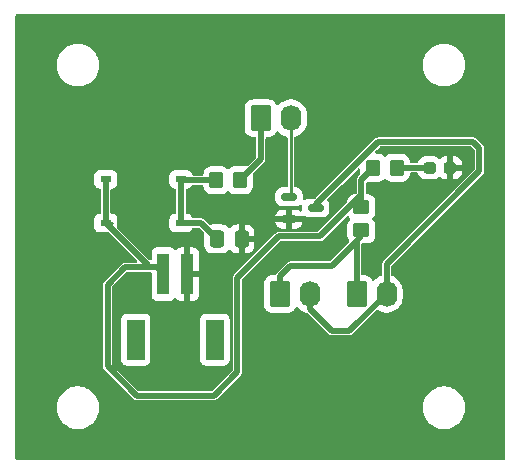
<source format=gtl>
G04 #@! TF.GenerationSoftware,KiCad,Pcbnew,8.0.0*
G04 #@! TF.CreationDate,2024-04-02T11:58:18-05:00*
G04 #@! TF.ProjectId,Haptic Feeback board,48617074-6963-4204-9665-656261636b20,rev?*
G04 #@! TF.SameCoordinates,Original*
G04 #@! TF.FileFunction,Copper,L1,Top*
G04 #@! TF.FilePolarity,Positive*
%FSLAX46Y46*%
G04 Gerber Fmt 4.6, Leading zero omitted, Abs format (unit mm)*
G04 Created by KiCad (PCBNEW 8.0.0) date 2024-04-02 11:58:18*
%MOMM*%
%LPD*%
G01*
G04 APERTURE LIST*
G04 Aperture macros list*
%AMRoundRect*
0 Rectangle with rounded corners*
0 $1 Rounding radius*
0 $2 $3 $4 $5 $6 $7 $8 $9 X,Y pos of 4 corners*
0 Add a 4 corners polygon primitive as box body*
4,1,4,$2,$3,$4,$5,$6,$7,$8,$9,$2,$3,0*
0 Add four circle primitives for the rounded corners*
1,1,$1+$1,$2,$3*
1,1,$1+$1,$4,$5*
1,1,$1+$1,$6,$7*
1,1,$1+$1,$8,$9*
0 Add four rect primitives between the rounded corners*
20,1,$1+$1,$2,$3,$4,$5,0*
20,1,$1+$1,$4,$5,$6,$7,0*
20,1,$1+$1,$6,$7,$8,$9,0*
20,1,$1+$1,$8,$9,$2,$3,0*%
G04 Aperture macros list end*
G04 #@! TA.AperFunction,SMDPad,CuDef*
%ADD10RoundRect,0.250000X0.450000X-0.350000X0.450000X0.350000X-0.450000X0.350000X-0.450000X-0.350000X0*%
G04 #@! TD*
G04 #@! TA.AperFunction,SMDPad,CuDef*
%ADD11R,0.950500X0.558800*%
G04 #@! TD*
G04 #@! TA.AperFunction,ComponentPad*
%ADD12RoundRect,0.250000X-0.620000X-0.845000X0.620000X-0.845000X0.620000X0.845000X-0.620000X0.845000X0*%
G04 #@! TD*
G04 #@! TA.AperFunction,ComponentPad*
%ADD13O,1.740000X2.190000*%
G04 #@! TD*
G04 #@! TA.AperFunction,SMDPad,CuDef*
%ADD14RoundRect,0.250000X-0.337500X-0.475000X0.337500X-0.475000X0.337500X0.475000X-0.337500X0.475000X0*%
G04 #@! TD*
G04 #@! TA.AperFunction,SMDPad,CuDef*
%ADD15RoundRect,0.237500X0.287500X0.237500X-0.287500X0.237500X-0.287500X-0.237500X0.287500X-0.237500X0*%
G04 #@! TD*
G04 #@! TA.AperFunction,SMDPad,CuDef*
%ADD16R,1.000000X3.500000*%
G04 #@! TD*
G04 #@! TA.AperFunction,SMDPad,CuDef*
%ADD17R,1.500000X3.400000*%
G04 #@! TD*
G04 #@! TA.AperFunction,SMDPad,CuDef*
%ADD18RoundRect,0.250000X0.350000X0.450000X-0.350000X0.450000X-0.350000X-0.450000X0.350000X-0.450000X0*%
G04 #@! TD*
G04 #@! TA.AperFunction,SMDPad,CuDef*
%ADD19RoundRect,0.150000X-0.512500X-0.150000X0.512500X-0.150000X0.512500X0.150000X-0.512500X0.150000X0*%
G04 #@! TD*
G04 #@! TA.AperFunction,SMDPad,CuDef*
%ADD20RoundRect,0.250000X-0.350000X-0.450000X0.350000X-0.450000X0.350000X0.450000X-0.350000X0.450000X0*%
G04 #@! TD*
G04 #@! TA.AperFunction,ViaPad*
%ADD21C,0.800000*%
G04 #@! TD*
G04 #@! TA.AperFunction,Conductor*
%ADD22C,0.508000*%
G04 #@! TD*
G04 #@! TA.AperFunction,Conductor*
%ADD23C,0.250000*%
G04 #@! TD*
G04 #@! TA.AperFunction,Conductor*
%ADD24C,0.254000*%
G04 #@! TD*
G04 APERTURE END LIST*
D10*
G04 #@! TO.P,R3,1*
G04 #@! TO.N,/Motor2*
X149500000Y-97000000D03*
G04 #@! TO.P,R3,2*
G04 #@! TO.N,+3.3V*
X149500000Y-95000000D03*
G04 #@! TD*
D11*
G04 #@! TO.P,SW1,1,1*
G04 #@! TO.N,+3.3V*
X127878302Y-92667602D03*
G04 #@! TO.P,SW1,2,2*
X127878302Y-96367600D03*
G04 #@! TO.P,SW1,3,3*
G04 #@! TO.N,Net-(C1-Pad1)*
X134239000Y-96367600D03*
G04 #@! TO.P,SW1,4,4*
X134239000Y-92667602D03*
G04 #@! TD*
D12*
G04 #@! TO.P,J3,1,Pin_1*
G04 #@! TO.N,/Motor2*
X142621000Y-102387400D03*
D13*
G04 #@! TO.P,J3,2,Pin_2*
G04 #@! TO.N,/Motor1GND*
X145161000Y-102387400D03*
G04 #@! TD*
D14*
G04 #@! TO.P,C1,1*
G04 #@! TO.N,Net-(C1-Pad1)*
X137290900Y-97713800D03*
G04 #@! TO.P,C1,2*
G04 #@! TO.N,GND*
X139365900Y-97713800D03*
G04 #@! TD*
D15*
G04 #@! TO.P,D1,1,K*
G04 #@! TO.N,GND*
X157040000Y-91694000D03*
G04 #@! TO.P,D1,2,A*
G04 #@! TO.N,Net-(D1-A)*
X155290000Y-91694000D03*
G04 #@! TD*
D12*
G04 #@! TO.P,J4,1,Pin_1*
G04 #@! TO.N,/Motor2*
X149098000Y-102362000D03*
D13*
G04 #@! TO.P,J4,2,Pin_2*
G04 #@! TO.N,/Motor1GND*
X151638000Y-102362000D03*
G04 #@! TD*
D12*
G04 #@! TO.P,J2,1,Pin_1*
G04 #@! TO.N,/MCU*
X140995400Y-87497600D03*
D13*
G04 #@! TO.P,J2,2,Pin_2*
G04 #@! TO.N,/GPIO*
X143535400Y-87497600D03*
G04 #@! TD*
D16*
G04 #@! TO.P,J1,1,1*
G04 #@! TO.N,+3.3V*
X132747000Y-100685600D03*
G04 #@! TO.P,J1,2,2*
G04 #@! TO.N,GND*
X134747000Y-100685600D03*
D17*
G04 #@! TO.P,J1,3*
G04 #@! TO.N,N/C*
X130397000Y-106235600D03*
G04 #@! TO.P,J1,4*
X137097000Y-106235600D03*
G04 #@! TD*
D18*
G04 #@! TO.P,R2,1*
G04 #@! TO.N,Net-(D1-A)*
X152511000Y-91694000D03*
G04 #@! TO.P,R2,2*
G04 #@! TO.N,+3.3V*
X150511000Y-91694000D03*
G04 #@! TD*
D19*
G04 #@! TO.P,Q1,1,G*
G04 #@! TO.N,/GPIO*
X143365400Y-94147600D03*
G04 #@! TO.P,Q1,2,S*
G04 #@! TO.N,GND*
X143365400Y-96047600D03*
G04 #@! TO.P,Q1,3,D*
G04 #@! TO.N,/Motor1GND*
X145640400Y-95097600D03*
G04 #@! TD*
D20*
G04 #@! TO.P,R1,1*
G04 #@! TO.N,Net-(C1-Pad1)*
X137242800Y-92735400D03*
G04 #@! TO.P,R1,2*
G04 #@! TO.N,/MCU*
X139242800Y-92735400D03*
G04 #@! TD*
D21*
G04 #@! TO.N,GND*
X157000000Y-99000000D03*
X153000000Y-95500000D03*
X132500000Y-88000000D03*
X140500000Y-107500000D03*
X141000000Y-95000000D03*
X152000000Y-88000000D03*
G04 #@! TD*
D22*
G04 #@! TO.N,+3.3V*
X139000000Y-109000000D02*
X139000000Y-101000000D01*
X137000000Y-111000000D02*
X139000000Y-109000000D01*
X130500000Y-111000000D02*
X137000000Y-111000000D01*
G04 #@! TO.N,/Motor2*
X143500000Y-100000000D02*
X147000000Y-100000000D01*
X147000000Y-100000000D02*
X149098000Y-97902000D01*
X142621000Y-100879000D02*
X143500000Y-100000000D01*
X142621000Y-102387400D02*
X142621000Y-100879000D01*
G04 #@! TO.N,+3.3V*
X142500000Y-97500000D02*
X146000000Y-97500000D01*
X149500000Y-95000000D02*
X149500000Y-94000000D01*
X149500000Y-94000000D02*
X149500000Y-92705000D01*
X139000000Y-101000000D02*
X142500000Y-97500000D01*
X146000000Y-97500000D02*
X149500000Y-94000000D01*
G04 #@! TO.N,/Motor1GND*
X145161000Y-103661000D02*
X145161000Y-102387400D01*
X147000000Y-105500000D02*
X145161000Y-103661000D01*
X148500000Y-105500000D02*
X147000000Y-105500000D01*
X151638000Y-102362000D02*
X148500000Y-105500000D01*
X151638000Y-99862000D02*
X151638000Y-102362000D01*
X159500000Y-90000000D02*
X159500000Y-92000000D01*
X159000000Y-89500000D02*
X159500000Y-90000000D01*
X150938001Y-89500000D02*
X159000000Y-89500000D01*
X145640400Y-95097600D02*
X145640400Y-94797601D01*
X145640400Y-94797601D02*
X150938001Y-89500000D01*
X159500000Y-92000000D02*
X151638000Y-99862000D01*
D23*
G04 #@! TO.N,/GPIO*
X143535400Y-93977600D02*
X143365400Y-94147600D01*
X143535400Y-87497600D02*
X143535400Y-93977600D01*
D22*
G04 #@! TO.N,/Motor2*
X149098000Y-97902000D02*
X149098000Y-102362000D01*
X149500000Y-97500000D02*
X149098000Y-97902000D01*
X149500000Y-97000000D02*
X149500000Y-97500000D01*
G04 #@! TO.N,+3.3V*
X149500000Y-92705000D02*
X150511000Y-91694000D01*
G04 #@! TO.N,Net-(C1-Pad1)*
X134239000Y-96367600D02*
X135944700Y-96367600D01*
X134239000Y-96367600D02*
X134239000Y-92667602D01*
X135944700Y-96367600D02*
X137290900Y-97713800D01*
X137242800Y-92735400D02*
X134306798Y-92735400D01*
D24*
X134306798Y-92735400D02*
X134239000Y-92667602D01*
D22*
G04 #@! TO.N,Net-(D1-A)*
X152511000Y-91694000D02*
X155290000Y-91694000D01*
D23*
G04 #@! TO.N,/GPIO*
X143565400Y-87527600D02*
X143535400Y-87497600D01*
X143535400Y-94117600D02*
X143565400Y-94147600D01*
D22*
G04 #@! TO.N,/MCU*
X140995400Y-90982800D02*
X140995400Y-87497600D01*
X139242800Y-92735400D02*
X140995400Y-90982800D01*
G04 #@! TO.N,+3.3V*
X128016000Y-108516000D02*
X130500000Y-111000000D01*
X128016000Y-101600000D02*
X128016000Y-108516000D01*
X132188200Y-100126800D02*
X131445000Y-100126800D01*
X131445000Y-100126800D02*
X129489200Y-100126800D01*
X129489200Y-100126800D02*
X128016000Y-101600000D01*
X131445000Y-99934298D02*
X127878302Y-96367600D01*
D23*
X127878302Y-96367600D02*
X128429000Y-96367600D01*
D22*
X131445000Y-100126800D02*
X131445000Y-99934298D01*
X127878302Y-96367600D02*
X127878302Y-92667602D01*
X132188200Y-100126800D02*
X132747000Y-100685600D01*
G04 #@! TD*
G04 #@! TA.AperFunction,Conductor*
G04 #@! TO.N,GND*
G36*
X158857654Y-89901185D02*
G01*
X158878296Y-89917819D01*
X159082181Y-90121704D01*
X159115666Y-90183027D01*
X159118500Y-90209385D01*
X159118500Y-91790615D01*
X159098815Y-91857654D01*
X159082181Y-91878296D01*
X151332725Y-99627751D01*
X151332723Y-99627754D01*
X151282499Y-99714745D01*
X151282499Y-99714746D01*
X151256500Y-99811775D01*
X151256500Y-99811777D01*
X151256500Y-100729836D01*
X151236815Y-100796875D01*
X151184011Y-100842630D01*
X151170820Y-100847766D01*
X151111910Y-100866907D01*
X150919700Y-100964843D01*
X150745180Y-101091640D01*
X150603195Y-101233625D01*
X150541872Y-101267109D01*
X150472180Y-101262125D01*
X150416247Y-101220253D01*
X150403132Y-101198348D01*
X150402815Y-101197669D01*
X150402814Y-101197668D01*
X150402814Y-101197666D01*
X150310712Y-101048344D01*
X150186656Y-100924288D01*
X150070666Y-100852745D01*
X150037336Y-100832187D01*
X150037331Y-100832185D01*
X150020597Y-100826640D01*
X149870797Y-100777001D01*
X149870795Y-100777000D01*
X149768016Y-100766500D01*
X149768009Y-100766500D01*
X149603500Y-100766500D01*
X149536461Y-100746815D01*
X149490706Y-100694011D01*
X149479500Y-100642500D01*
X149479500Y-98224499D01*
X149499185Y-98157460D01*
X149551989Y-98111705D01*
X149603500Y-98100499D01*
X150000002Y-98100499D01*
X150000008Y-98100499D01*
X150102797Y-98089999D01*
X150269334Y-98034814D01*
X150418656Y-97942712D01*
X150542712Y-97818656D01*
X150634814Y-97669334D01*
X150689999Y-97502797D01*
X150700500Y-97400009D01*
X150700499Y-96599992D01*
X150695799Y-96553986D01*
X150689999Y-96497203D01*
X150689998Y-96497200D01*
X150687215Y-96488801D01*
X150634814Y-96330666D01*
X150542712Y-96181344D01*
X150449049Y-96087681D01*
X150415564Y-96026358D01*
X150420548Y-95956666D01*
X150449049Y-95912319D01*
X150466171Y-95895197D01*
X150542712Y-95818656D01*
X150634814Y-95669334D01*
X150689999Y-95502797D01*
X150700500Y-95400009D01*
X150700499Y-94599992D01*
X150689999Y-94497203D01*
X150634814Y-94330666D01*
X150542712Y-94181344D01*
X150418656Y-94057288D01*
X150269334Y-93965186D01*
X150102797Y-93910001D01*
X150102795Y-93910000D01*
X149999990Y-93899497D01*
X149999169Y-93899456D01*
X149998999Y-93899396D01*
X149996868Y-93899179D01*
X149996920Y-93898668D01*
X149933222Y-93876375D01*
X149890223Y-93821304D01*
X149881500Y-93775618D01*
X149881500Y-93008368D01*
X149901185Y-92941329D01*
X149953989Y-92895574D01*
X150018101Y-92885010D01*
X150110991Y-92894500D01*
X150911008Y-92894499D01*
X150911016Y-92894498D01*
X150911019Y-92894498D01*
X150967302Y-92888748D01*
X151013797Y-92883999D01*
X151180334Y-92828814D01*
X151329656Y-92736712D01*
X151423319Y-92643049D01*
X151484642Y-92609564D01*
X151554334Y-92614548D01*
X151598681Y-92643049D01*
X151692344Y-92736712D01*
X151841666Y-92828814D01*
X152008203Y-92883999D01*
X152110991Y-92894500D01*
X152911008Y-92894499D01*
X152911016Y-92894498D01*
X152911019Y-92894498D01*
X152967302Y-92888748D01*
X153013797Y-92883999D01*
X153180334Y-92828814D01*
X153329656Y-92736712D01*
X153453712Y-92612656D01*
X153545814Y-92463334D01*
X153600999Y-92296797D01*
X153611500Y-92194009D01*
X153611500Y-92194008D01*
X153611541Y-92193200D01*
X153611599Y-92193031D01*
X153611821Y-92190868D01*
X153612338Y-92190920D01*
X153634606Y-92127248D01*
X153689666Y-92084234D01*
X153735381Y-92075500D01*
X154183213Y-92075500D01*
X154250252Y-92095185D01*
X154296007Y-92147989D01*
X154300916Y-92160489D01*
X154329092Y-92245516D01*
X154419660Y-92392350D01*
X154541650Y-92514340D01*
X154688484Y-92604908D01*
X154852247Y-92659174D01*
X154953323Y-92669500D01*
X155626676Y-92669499D01*
X155626684Y-92669498D01*
X155626687Y-92669498D01*
X155682030Y-92663844D01*
X155727753Y-92659174D01*
X155891516Y-92604908D01*
X156038350Y-92514340D01*
X156077673Y-92475016D01*
X156138994Y-92441532D01*
X156208685Y-92446516D01*
X156253034Y-92475017D01*
X156291961Y-92513944D01*
X156291965Y-92513947D01*
X156438688Y-92604448D01*
X156438699Y-92604453D01*
X156602347Y-92658680D01*
X156703351Y-92668999D01*
X156790000Y-92668998D01*
X156790000Y-91944000D01*
X157290000Y-91944000D01*
X157290000Y-92668999D01*
X157376640Y-92668999D01*
X157376654Y-92668998D01*
X157477652Y-92658680D01*
X157641300Y-92604453D01*
X157641311Y-92604448D01*
X157788034Y-92513947D01*
X157788038Y-92513944D01*
X157909944Y-92392038D01*
X157909947Y-92392034D01*
X158000448Y-92245311D01*
X158000453Y-92245300D01*
X158054680Y-92081652D01*
X158064999Y-91980654D01*
X158065000Y-91980641D01*
X158065000Y-91944000D01*
X157290000Y-91944000D01*
X156790000Y-91944000D01*
X156790000Y-90719000D01*
X157290000Y-90719000D01*
X157290000Y-91444000D01*
X158064999Y-91444000D01*
X158064999Y-91407360D01*
X158064998Y-91407345D01*
X158054680Y-91306347D01*
X158000453Y-91142699D01*
X158000448Y-91142688D01*
X157909947Y-90995965D01*
X157909944Y-90995961D01*
X157788038Y-90874055D01*
X157788034Y-90874052D01*
X157641311Y-90783551D01*
X157641300Y-90783546D01*
X157477652Y-90729319D01*
X157376654Y-90719000D01*
X157290000Y-90719000D01*
X156790000Y-90719000D01*
X156789999Y-90718999D01*
X156703360Y-90719000D01*
X156703343Y-90719001D01*
X156602347Y-90729319D01*
X156438699Y-90783546D01*
X156438688Y-90783551D01*
X156291965Y-90874052D01*
X156291961Y-90874055D01*
X156253033Y-90912983D01*
X156191710Y-90946468D01*
X156122018Y-90941482D01*
X156077672Y-90912982D01*
X156038351Y-90873661D01*
X156038350Y-90873660D01*
X155947129Y-90817395D01*
X155891518Y-90783093D01*
X155891513Y-90783091D01*
X155868128Y-90775342D01*
X155727753Y-90728826D01*
X155727751Y-90728825D01*
X155626678Y-90718500D01*
X154953330Y-90718500D01*
X154953312Y-90718501D01*
X154852247Y-90728825D01*
X154688484Y-90783092D01*
X154688481Y-90783093D01*
X154541648Y-90873661D01*
X154419661Y-90995648D01*
X154329093Y-91142481D01*
X154329092Y-91142484D01*
X154304384Y-91217049D01*
X154300919Y-91227505D01*
X154261146Y-91284949D01*
X154196630Y-91311772D01*
X154183213Y-91312500D01*
X153735380Y-91312500D01*
X153668341Y-91292815D01*
X153622586Y-91240011D01*
X153612102Y-91197103D01*
X153611820Y-91197132D01*
X153611612Y-91195098D01*
X153611540Y-91194803D01*
X153611498Y-91193981D01*
X153600999Y-91091203D01*
X153600998Y-91091200D01*
X153545814Y-90924666D01*
X153453712Y-90775344D01*
X153329656Y-90651288D01*
X153180334Y-90559186D01*
X153013797Y-90504001D01*
X153013795Y-90504000D01*
X152911010Y-90493500D01*
X152110998Y-90493500D01*
X152110980Y-90493501D01*
X152008203Y-90504000D01*
X152008200Y-90504001D01*
X151841668Y-90559185D01*
X151841663Y-90559187D01*
X151692342Y-90651289D01*
X151598681Y-90744951D01*
X151537358Y-90778436D01*
X151467666Y-90773452D01*
X151423319Y-90744951D01*
X151329657Y-90651289D01*
X151329656Y-90651288D01*
X151180334Y-90559186D01*
X151013797Y-90504001D01*
X151013795Y-90504000D01*
X150911016Y-90493500D01*
X150911009Y-90493500D01*
X150783385Y-90493500D01*
X150716346Y-90473815D01*
X150670591Y-90421011D01*
X150660647Y-90351853D01*
X150689672Y-90288297D01*
X150695704Y-90281819D01*
X150794497Y-90183027D01*
X151059705Y-89917819D01*
X151121028Y-89884334D01*
X151147386Y-89881500D01*
X158790615Y-89881500D01*
X158857654Y-89901185D01*
G37*
G04 #@! TD.AperFunction*
G04 #@! TA.AperFunction,Conductor*
G36*
X161639439Y-78708885D02*
G01*
X161685194Y-78761689D01*
X161696400Y-78813200D01*
X161696400Y-116284200D01*
X161676715Y-116351239D01*
X161623911Y-116396994D01*
X161572400Y-116408200D01*
X120342200Y-116408200D01*
X120275161Y-116388515D01*
X120229406Y-116335711D01*
X120218200Y-116284200D01*
X120218200Y-112118004D01*
X123699500Y-112118004D01*
X123699501Y-112118020D01*
X123730306Y-112352010D01*
X123791394Y-112579993D01*
X123881714Y-112798045D01*
X123881719Y-112798056D01*
X123952677Y-112920957D01*
X123999727Y-113002450D01*
X123999729Y-113002453D01*
X123999730Y-113002454D01*
X124143406Y-113189697D01*
X124143412Y-113189704D01*
X124310295Y-113356587D01*
X124310301Y-113356592D01*
X124497550Y-113500273D01*
X124628918Y-113576118D01*
X124701943Y-113618280D01*
X124701948Y-113618282D01*
X124701951Y-113618284D01*
X124920007Y-113708606D01*
X125147986Y-113769693D01*
X125381989Y-113800500D01*
X125381996Y-113800500D01*
X125618004Y-113800500D01*
X125618011Y-113800500D01*
X125852014Y-113769693D01*
X126079993Y-113708606D01*
X126298049Y-113618284D01*
X126502450Y-113500273D01*
X126689699Y-113356592D01*
X126856592Y-113189699D01*
X127000273Y-113002450D01*
X127118284Y-112798049D01*
X127208606Y-112579993D01*
X127269693Y-112352014D01*
X127300500Y-112118011D01*
X127300500Y-112118004D01*
X154699500Y-112118004D01*
X154699501Y-112118020D01*
X154730306Y-112352010D01*
X154791394Y-112579993D01*
X154881714Y-112798045D01*
X154881719Y-112798056D01*
X154952677Y-112920957D01*
X154999727Y-113002450D01*
X154999729Y-113002453D01*
X154999730Y-113002454D01*
X155143406Y-113189697D01*
X155143412Y-113189704D01*
X155310295Y-113356587D01*
X155310301Y-113356592D01*
X155497550Y-113500273D01*
X155628918Y-113576118D01*
X155701943Y-113618280D01*
X155701948Y-113618282D01*
X155701951Y-113618284D01*
X155920007Y-113708606D01*
X156147986Y-113769693D01*
X156381989Y-113800500D01*
X156381996Y-113800500D01*
X156618004Y-113800500D01*
X156618011Y-113800500D01*
X156852014Y-113769693D01*
X157079993Y-113708606D01*
X157298049Y-113618284D01*
X157502450Y-113500273D01*
X157689699Y-113356592D01*
X157856592Y-113189699D01*
X158000273Y-113002450D01*
X158118284Y-112798049D01*
X158208606Y-112579993D01*
X158269693Y-112352014D01*
X158300500Y-112118011D01*
X158300500Y-111881989D01*
X158269693Y-111647986D01*
X158208606Y-111420007D01*
X158118284Y-111201951D01*
X158118282Y-111201948D01*
X158118280Y-111201943D01*
X158076118Y-111128918D01*
X158000273Y-110997550D01*
X157856592Y-110810301D01*
X157856587Y-110810295D01*
X157689704Y-110643412D01*
X157689697Y-110643406D01*
X157502454Y-110499730D01*
X157502453Y-110499729D01*
X157502450Y-110499727D01*
X157420957Y-110452677D01*
X157298056Y-110381719D01*
X157298045Y-110381714D01*
X157079993Y-110291394D01*
X156852010Y-110230306D01*
X156618020Y-110199501D01*
X156618017Y-110199500D01*
X156618011Y-110199500D01*
X156381989Y-110199500D01*
X156381983Y-110199500D01*
X156381979Y-110199501D01*
X156147989Y-110230306D01*
X155920006Y-110291394D01*
X155701954Y-110381714D01*
X155701943Y-110381719D01*
X155497545Y-110499730D01*
X155310302Y-110643406D01*
X155310295Y-110643412D01*
X155143412Y-110810295D01*
X155143406Y-110810302D01*
X154999730Y-110997545D01*
X154881719Y-111201943D01*
X154881714Y-111201954D01*
X154791394Y-111420006D01*
X154730306Y-111647989D01*
X154699501Y-111881979D01*
X154699500Y-111881995D01*
X154699500Y-112118004D01*
X127300500Y-112118004D01*
X127300500Y-111881989D01*
X127269693Y-111647986D01*
X127208606Y-111420007D01*
X127118284Y-111201951D01*
X127118282Y-111201948D01*
X127118280Y-111201943D01*
X127076118Y-111128918D01*
X127000273Y-110997550D01*
X126856592Y-110810301D01*
X126856587Y-110810295D01*
X126689704Y-110643412D01*
X126689697Y-110643406D01*
X126502454Y-110499730D01*
X126502453Y-110499729D01*
X126502450Y-110499727D01*
X126420957Y-110452677D01*
X126298056Y-110381719D01*
X126298045Y-110381714D01*
X126079993Y-110291394D01*
X125852010Y-110230306D01*
X125618020Y-110199501D01*
X125618017Y-110199500D01*
X125618011Y-110199500D01*
X125381989Y-110199500D01*
X125381983Y-110199500D01*
X125381979Y-110199501D01*
X125147989Y-110230306D01*
X124920006Y-110291394D01*
X124701954Y-110381714D01*
X124701943Y-110381719D01*
X124497545Y-110499730D01*
X124310302Y-110643406D01*
X124310295Y-110643412D01*
X124143412Y-110810295D01*
X124143406Y-110810302D01*
X123999730Y-110997545D01*
X123881719Y-111201943D01*
X123881714Y-111201954D01*
X123791394Y-111420006D01*
X123730306Y-111647989D01*
X123699501Y-111881979D01*
X123699500Y-111881995D01*
X123699500Y-112118004D01*
X120218200Y-112118004D01*
X120218200Y-96694870D01*
X126902552Y-96694870D01*
X126902553Y-96694876D01*
X126908960Y-96754483D01*
X126959254Y-96889328D01*
X126959258Y-96889335D01*
X127045504Y-97004544D01*
X127045507Y-97004547D01*
X127160716Y-97090793D01*
X127160723Y-97090797D01*
X127205670Y-97107561D01*
X127295569Y-97141091D01*
X127355179Y-97147500D01*
X128067316Y-97147499D01*
X128134355Y-97167183D01*
X128154997Y-97183818D01*
X130504798Y-99533619D01*
X130538283Y-99594942D01*
X130533299Y-99664634D01*
X130491427Y-99720567D01*
X130425963Y-99744984D01*
X130417117Y-99745300D01*
X129438975Y-99745300D01*
X129366203Y-99764799D01*
X129341945Y-99771299D01*
X129254954Y-99821523D01*
X129254951Y-99821525D01*
X129183922Y-99892555D01*
X127764312Y-101312164D01*
X127764311Y-101312164D01*
X127764312Y-101312165D01*
X127710722Y-101365754D01*
X127660499Y-101452745D01*
X127660499Y-101452746D01*
X127634500Y-101549775D01*
X127634500Y-108566225D01*
X127653999Y-108638996D01*
X127660499Y-108663255D01*
X127660500Y-108663256D01*
X127678668Y-108694724D01*
X127678669Y-108694725D01*
X127710723Y-108750245D01*
X127710725Y-108750248D01*
X130190383Y-111229905D01*
X130190393Y-111229916D01*
X130265754Y-111305277D01*
X130309249Y-111330388D01*
X130352746Y-111355501D01*
X130449775Y-111381500D01*
X130449778Y-111381500D01*
X137050222Y-111381500D01*
X137050225Y-111381500D01*
X137147254Y-111355501D01*
X137234247Y-111305276D01*
X137305276Y-111234247D01*
X137305277Y-111234246D01*
X139305276Y-109234247D01*
X139355501Y-109147254D01*
X139381500Y-109050225D01*
X139381500Y-101209384D01*
X139401185Y-101142345D01*
X139417819Y-101121703D01*
X142621703Y-97917819D01*
X142683026Y-97884334D01*
X142709384Y-97881500D01*
X146050222Y-97881500D01*
X146050225Y-97881500D01*
X146147254Y-97855501D01*
X146234247Y-97805276D01*
X146305276Y-97734247D01*
X146305276Y-97734246D01*
X148256204Y-95783317D01*
X148317525Y-95749834D01*
X148387217Y-95754818D01*
X148443150Y-95796690D01*
X148449421Y-95805902D01*
X148457287Y-95818655D01*
X148550951Y-95912319D01*
X148584436Y-95973642D01*
X148579452Y-96043334D01*
X148550951Y-96087681D01*
X148457289Y-96181342D01*
X148365187Y-96330663D01*
X148365186Y-96330666D01*
X148310001Y-96497203D01*
X148310001Y-96497204D01*
X148310000Y-96497204D01*
X148299500Y-96599983D01*
X148299500Y-97400001D01*
X148299501Y-97400019D01*
X148310000Y-97502796D01*
X148310001Y-97502799D01*
X148365185Y-97669331D01*
X148365186Y-97669334D01*
X148449035Y-97805276D01*
X148457289Y-97818657D01*
X148461873Y-97823241D01*
X148495358Y-97884564D01*
X148490374Y-97954256D01*
X148461873Y-97998603D01*
X146878296Y-99582181D01*
X146816973Y-99615666D01*
X146790615Y-99618500D01*
X143557837Y-99618500D01*
X143557821Y-99618499D01*
X143550225Y-99618499D01*
X143449775Y-99618499D01*
X143352747Y-99644498D01*
X143352745Y-99644498D01*
X143352745Y-99644499D01*
X143265753Y-99694724D01*
X143265750Y-99694726D01*
X142315725Y-100644751D01*
X142315721Y-100644756D01*
X142266564Y-100729900D01*
X142215997Y-100778116D01*
X142159178Y-100791900D01*
X141950999Y-100791900D01*
X141950980Y-100791901D01*
X141848203Y-100802400D01*
X141848200Y-100802401D01*
X141681668Y-100857585D01*
X141681663Y-100857587D01*
X141532342Y-100949689D01*
X141408289Y-101073742D01*
X141316187Y-101223063D01*
X141316185Y-101223068D01*
X141300774Y-101269576D01*
X141261001Y-101389603D01*
X141261001Y-101389604D01*
X141261000Y-101389604D01*
X141250500Y-101492383D01*
X141250500Y-103282401D01*
X141250501Y-103282418D01*
X141261000Y-103385196D01*
X141261001Y-103385199D01*
X141292357Y-103479823D01*
X141316186Y-103551734D01*
X141408288Y-103701056D01*
X141532344Y-103825112D01*
X141681666Y-103917214D01*
X141848203Y-103972399D01*
X141950991Y-103982900D01*
X143291008Y-103982899D01*
X143393797Y-103972399D01*
X143560334Y-103917214D01*
X143709656Y-103825112D01*
X143833712Y-103701056D01*
X143925814Y-103551734D01*
X143925817Y-103551722D01*
X143926129Y-103551057D01*
X143926469Y-103550669D01*
X143929605Y-103545587D01*
X143930473Y-103546122D01*
X143972299Y-103498616D01*
X144039491Y-103479460D01*
X144106373Y-103499672D01*
X144126195Y-103515775D01*
X144268179Y-103657759D01*
X144442701Y-103784557D01*
X144634911Y-103882492D01*
X144833439Y-103946998D01*
X144840074Y-103949154D01*
X144882926Y-103955941D01*
X144946061Y-103985870D01*
X144951210Y-103990733D01*
X146765753Y-105805276D01*
X146852747Y-105855502D01*
X146949775Y-105881501D01*
X146949778Y-105881501D01*
X147057821Y-105881501D01*
X147057837Y-105881500D01*
X148550222Y-105881500D01*
X148550225Y-105881500D01*
X148647254Y-105855501D01*
X148734247Y-105805276D01*
X148805276Y-105734247D01*
X150764186Y-103775335D01*
X150825507Y-103741852D01*
X150895198Y-103746836D01*
X150916653Y-103757290D01*
X150919692Y-103759152D01*
X150919699Y-103759155D01*
X150919701Y-103759157D01*
X151111911Y-103857092D01*
X151317074Y-103923754D01*
X151396973Y-103936408D01*
X151530134Y-103957500D01*
X151530139Y-103957500D01*
X151745866Y-103957500D01*
X151864230Y-103938752D01*
X151958926Y-103923754D01*
X152164089Y-103857092D01*
X152356299Y-103759157D01*
X152530821Y-103632359D01*
X152683359Y-103479821D01*
X152810157Y-103305299D01*
X152908092Y-103113089D01*
X152974754Y-102907926D01*
X153002137Y-102735038D01*
X153008500Y-102694866D01*
X153008500Y-102029133D01*
X152974754Y-101816077D01*
X152974754Y-101816074D01*
X152908092Y-101610911D01*
X152810157Y-101418701D01*
X152683359Y-101244179D01*
X152530821Y-101091641D01*
X152356299Y-100964843D01*
X152326726Y-100949775D01*
X152164089Y-100866907D01*
X152105180Y-100847766D01*
X152047505Y-100808328D01*
X152020308Y-100743969D01*
X152019500Y-100729836D01*
X152019500Y-100071385D01*
X152039185Y-100004346D01*
X152055819Y-99983704D01*
X155858181Y-96181342D01*
X159805276Y-92234247D01*
X159828508Y-92194008D01*
X159855501Y-92147254D01*
X159881500Y-92050225D01*
X159881500Y-90060227D01*
X159881501Y-90060214D01*
X159881501Y-89949777D01*
X159881501Y-89949775D01*
X159855502Y-89852747D01*
X159805276Y-89765753D01*
X159234247Y-89194724D01*
X159147254Y-89144499D01*
X159147255Y-89144499D01*
X159122996Y-89137999D01*
X159050225Y-89118500D01*
X150887776Y-89118500D01*
X150815004Y-89137999D01*
X150790746Y-89144499D01*
X150703755Y-89194723D01*
X150703752Y-89194725D01*
X145637697Y-94260781D01*
X145576374Y-94294266D01*
X145550016Y-94297100D01*
X145062198Y-94297100D01*
X145025332Y-94300001D01*
X145025326Y-94300002D01*
X144867506Y-94345854D01*
X144867503Y-94345855D01*
X144719320Y-94433490D01*
X144718245Y-94431673D01*
X144663348Y-94453220D01*
X144594832Y-94439531D01*
X144544594Y-94390973D01*
X144528400Y-94329704D01*
X144528400Y-93931913D01*
X144528399Y-93931898D01*
X144525841Y-93899396D01*
X144525498Y-93895031D01*
X144523575Y-93888413D01*
X144479645Y-93737206D01*
X144479644Y-93737203D01*
X144479644Y-93737202D01*
X144395981Y-93595735D01*
X144395979Y-93595733D01*
X144395976Y-93595729D01*
X144279770Y-93479523D01*
X144279762Y-93479517D01*
X144138296Y-93395855D01*
X144138293Y-93395854D01*
X143980473Y-93350002D01*
X143980467Y-93350001D01*
X143943601Y-93347100D01*
X143943594Y-93347100D01*
X143911900Y-93347100D01*
X143844861Y-93327415D01*
X143799106Y-93274611D01*
X143787900Y-93223100D01*
X143787900Y-89171678D01*
X143807585Y-89104639D01*
X143860389Y-89058884D01*
X143873582Y-89053747D01*
X144061489Y-88992692D01*
X144253699Y-88894757D01*
X144428221Y-88767959D01*
X144580759Y-88615421D01*
X144707557Y-88440899D01*
X144805492Y-88248689D01*
X144872154Y-88043526D01*
X144887152Y-87948830D01*
X144905900Y-87830466D01*
X144905900Y-87164733D01*
X144872154Y-86951677D01*
X144872154Y-86951674D01*
X144805492Y-86746511D01*
X144707557Y-86554301D01*
X144580759Y-86379779D01*
X144428221Y-86227241D01*
X144253699Y-86100443D01*
X144061489Y-86002508D01*
X143856326Y-85935846D01*
X143856324Y-85935845D01*
X143856322Y-85935845D01*
X143643266Y-85902100D01*
X143643261Y-85902100D01*
X143427539Y-85902100D01*
X143427534Y-85902100D01*
X143214477Y-85935845D01*
X143009308Y-86002509D01*
X142817100Y-86100443D01*
X142642580Y-86227240D01*
X142500595Y-86369225D01*
X142439272Y-86402709D01*
X142369580Y-86397725D01*
X142313647Y-86355853D01*
X142300532Y-86333948D01*
X142300215Y-86333269D01*
X142300214Y-86333268D01*
X142300214Y-86333266D01*
X142208112Y-86183944D01*
X142084056Y-86059888D01*
X141934734Y-85967786D01*
X141768197Y-85912601D01*
X141768195Y-85912600D01*
X141665410Y-85902100D01*
X140325398Y-85902100D01*
X140325381Y-85902101D01*
X140222603Y-85912600D01*
X140222600Y-85912601D01*
X140056068Y-85967785D01*
X140056063Y-85967787D01*
X139906742Y-86059889D01*
X139782689Y-86183942D01*
X139690587Y-86333263D01*
X139690586Y-86333266D01*
X139635401Y-86499803D01*
X139635401Y-86499804D01*
X139635400Y-86499804D01*
X139624900Y-86602583D01*
X139624900Y-88392601D01*
X139624901Y-88392618D01*
X139635400Y-88495396D01*
X139635401Y-88495399D01*
X139672984Y-88608816D01*
X139690586Y-88661934D01*
X139782688Y-88811256D01*
X139906744Y-88935312D01*
X140056066Y-89027414D01*
X140222603Y-89082599D01*
X140325391Y-89093100D01*
X140489900Y-89093099D01*
X140556939Y-89112783D01*
X140602694Y-89165587D01*
X140613900Y-89217099D01*
X140613900Y-90773414D01*
X140594215Y-90840453D01*
X140577581Y-90861095D01*
X139910601Y-91528074D01*
X139849278Y-91561559D01*
X139783917Y-91558099D01*
X139745597Y-91545401D01*
X139745595Y-91545400D01*
X139642810Y-91534900D01*
X138842798Y-91534900D01*
X138842780Y-91534901D01*
X138740003Y-91545400D01*
X138740000Y-91545401D01*
X138573468Y-91600585D01*
X138573463Y-91600587D01*
X138424142Y-91692689D01*
X138330481Y-91786351D01*
X138269158Y-91819836D01*
X138199466Y-91814852D01*
X138155119Y-91786351D01*
X138061457Y-91692689D01*
X138061456Y-91692688D01*
X137912134Y-91600586D01*
X137745597Y-91545401D01*
X137745595Y-91545400D01*
X137642810Y-91534900D01*
X136842798Y-91534900D01*
X136842780Y-91534901D01*
X136740003Y-91545400D01*
X136740000Y-91545401D01*
X136573468Y-91600585D01*
X136573463Y-91600587D01*
X136424142Y-91692689D01*
X136300089Y-91816742D01*
X136207987Y-91966063D01*
X136207986Y-91966066D01*
X136152801Y-92132603D01*
X136152801Y-92132604D01*
X136152800Y-92132604D01*
X136142300Y-92235385D01*
X136142259Y-92236200D01*
X136142200Y-92236368D01*
X136141979Y-92238532D01*
X136141461Y-92238479D01*
X136119194Y-92302152D01*
X136064134Y-92345166D01*
X136018419Y-92353900D01*
X135321731Y-92353900D01*
X135254692Y-92334215D01*
X135208937Y-92281411D01*
X135205549Y-92273233D01*
X135158047Y-92145873D01*
X135158043Y-92145866D01*
X135071797Y-92030657D01*
X135071794Y-92030654D01*
X134956585Y-91944408D01*
X134956578Y-91944404D01*
X134821732Y-91894110D01*
X134821733Y-91894110D01*
X134762133Y-91887703D01*
X134762131Y-91887702D01*
X134762123Y-91887702D01*
X134762114Y-91887702D01*
X133715879Y-91887702D01*
X133715873Y-91887703D01*
X133656266Y-91894110D01*
X133521421Y-91944404D01*
X133521414Y-91944408D01*
X133406205Y-92030654D01*
X133406202Y-92030657D01*
X133319956Y-92145866D01*
X133319952Y-92145873D01*
X133272451Y-92273233D01*
X133269659Y-92280719D01*
X133263250Y-92340329D01*
X133263250Y-92340336D01*
X133263250Y-92340337D01*
X133263250Y-92994872D01*
X133263251Y-92994878D01*
X133269658Y-93054485D01*
X133319952Y-93189330D01*
X133319956Y-93189337D01*
X133406202Y-93304546D01*
X133406205Y-93304549D01*
X133521414Y-93390795D01*
X133521421Y-93390799D01*
X133534980Y-93395856D01*
X133656267Y-93441093D01*
X133715877Y-93447502D01*
X133733496Y-93447501D01*
X133800534Y-93467182D01*
X133846292Y-93519984D01*
X133857500Y-93571501D01*
X133857500Y-95463700D01*
X133837815Y-95530739D01*
X133785011Y-95576494D01*
X133733506Y-95587700D01*
X133715882Y-95587700D01*
X133715873Y-95587701D01*
X133656266Y-95594108D01*
X133521421Y-95644402D01*
X133521414Y-95644406D01*
X133406205Y-95730652D01*
X133406202Y-95730655D01*
X133319956Y-95845864D01*
X133319952Y-95845871D01*
X133269660Y-95980713D01*
X133269659Y-95980717D01*
X133263250Y-96040327D01*
X133263250Y-96040335D01*
X133263250Y-96040336D01*
X133263250Y-96694870D01*
X133263251Y-96694876D01*
X133269658Y-96754483D01*
X133319952Y-96889328D01*
X133319956Y-96889335D01*
X133406202Y-97004544D01*
X133406205Y-97004547D01*
X133521414Y-97090793D01*
X133521421Y-97090797D01*
X133656267Y-97141091D01*
X133656266Y-97141091D01*
X133663194Y-97141835D01*
X133715877Y-97147500D01*
X134762122Y-97147499D01*
X134821733Y-97141091D01*
X134956581Y-97090796D01*
X135071796Y-97004546D01*
X135158046Y-96889331D01*
X135178236Y-96835200D01*
X135180262Y-96829767D01*
X135222133Y-96773834D01*
X135287597Y-96749416D01*
X135296444Y-96749100D01*
X135735315Y-96749100D01*
X135802354Y-96768785D01*
X135822996Y-96785419D01*
X136166581Y-97129003D01*
X136200066Y-97190326D01*
X136202900Y-97216684D01*
X136202900Y-98238801D01*
X136202901Y-98238819D01*
X136213400Y-98341596D01*
X136213401Y-98341599D01*
X136246672Y-98442003D01*
X136268586Y-98508134D01*
X136360688Y-98657456D01*
X136484744Y-98781512D01*
X136634066Y-98873614D01*
X136800603Y-98928799D01*
X136903391Y-98939300D01*
X137678408Y-98939299D01*
X137678416Y-98939298D01*
X137678419Y-98939298D01*
X137734702Y-98933548D01*
X137781197Y-98928799D01*
X137947734Y-98873614D01*
X138097056Y-98781512D01*
X138221112Y-98657456D01*
X138223152Y-98654147D01*
X138225145Y-98652355D01*
X138225593Y-98651789D01*
X138225689Y-98651865D01*
X138275094Y-98607423D01*
X138344056Y-98596195D01*
X138408140Y-98624034D01*
X138434229Y-98654139D01*
X138436081Y-98657141D01*
X138436083Y-98657144D01*
X138560054Y-98781115D01*
X138709275Y-98873156D01*
X138709280Y-98873158D01*
X138875702Y-98928305D01*
X138875709Y-98928306D01*
X138978419Y-98938799D01*
X139115899Y-98938799D01*
X139115900Y-98938798D01*
X139115900Y-97963800D01*
X139615900Y-97963800D01*
X139615900Y-98938799D01*
X139753372Y-98938799D01*
X139753386Y-98938798D01*
X139856097Y-98928305D01*
X140022519Y-98873158D01*
X140022524Y-98873156D01*
X140171745Y-98781115D01*
X140295715Y-98657145D01*
X140387756Y-98507924D01*
X140387758Y-98507919D01*
X140442905Y-98341497D01*
X140442906Y-98341490D01*
X140453399Y-98238786D01*
X140453400Y-98238773D01*
X140453400Y-97963800D01*
X139615900Y-97963800D01*
X139115900Y-97963800D01*
X139115900Y-96488800D01*
X139615900Y-96488800D01*
X139615900Y-97463800D01*
X140453399Y-97463800D01*
X140453399Y-97188828D01*
X140453398Y-97188813D01*
X140442905Y-97086102D01*
X140387758Y-96919680D01*
X140387756Y-96919675D01*
X140295715Y-96770454D01*
X140171745Y-96646484D01*
X140022524Y-96554443D01*
X140022519Y-96554441D01*
X139856097Y-96499294D01*
X139856090Y-96499293D01*
X139753386Y-96488800D01*
X139615900Y-96488800D01*
X139115900Y-96488800D01*
X138978427Y-96488800D01*
X138978412Y-96488801D01*
X138875702Y-96499294D01*
X138709280Y-96554441D01*
X138709275Y-96554443D01*
X138560054Y-96646484D01*
X138436083Y-96770455D01*
X138436079Y-96770460D01*
X138434226Y-96773465D01*
X138432418Y-96775090D01*
X138431602Y-96776123D01*
X138431425Y-96775983D01*
X138382274Y-96820185D01*
X138313311Y-96831401D01*
X138249231Y-96803552D01*
X138223153Y-96773453D01*
X138223137Y-96773428D01*
X138221112Y-96770144D01*
X138097056Y-96646088D01*
X137947734Y-96553986D01*
X137781197Y-96498801D01*
X137781195Y-96498800D01*
X137678410Y-96488300D01*
X136903398Y-96488300D01*
X136903380Y-96488301D01*
X136800603Y-96498800D01*
X136800596Y-96498802D01*
X136734114Y-96520832D01*
X136664286Y-96523233D01*
X136607430Y-96490807D01*
X136414224Y-96297601D01*
X142205604Y-96297601D01*
X142205799Y-96300086D01*
X142251618Y-96457798D01*
X142335214Y-96599152D01*
X142335221Y-96599161D01*
X142451338Y-96715278D01*
X142451347Y-96715285D01*
X142592703Y-96798882D01*
X142592706Y-96798883D01*
X142750404Y-96844699D01*
X142750410Y-96844700D01*
X142787250Y-96847599D01*
X142787266Y-96847600D01*
X143115400Y-96847600D01*
X143115400Y-96297600D01*
X143615400Y-96297600D01*
X143615400Y-96847600D01*
X143943534Y-96847600D01*
X143943549Y-96847599D01*
X143980389Y-96844700D01*
X143980395Y-96844699D01*
X144138093Y-96798883D01*
X144138096Y-96798882D01*
X144279452Y-96715285D01*
X144279461Y-96715278D01*
X144395578Y-96599161D01*
X144395585Y-96599152D01*
X144479181Y-96457798D01*
X144525000Y-96300086D01*
X144525195Y-96297601D01*
X144525195Y-96297600D01*
X143615400Y-96297600D01*
X143115400Y-96297600D01*
X142205605Y-96297600D01*
X142205604Y-96297601D01*
X136414224Y-96297601D01*
X136178948Y-96062325D01*
X136178947Y-96062324D01*
X136140848Y-96040328D01*
X136140848Y-96040326D01*
X136140845Y-96040326D01*
X136091959Y-96012101D01*
X136091958Y-96012100D01*
X136084001Y-96009968D01*
X135994925Y-95986100D01*
X135994922Y-95986100D01*
X135296444Y-95986100D01*
X135229405Y-95966415D01*
X135183650Y-95913611D01*
X135180262Y-95905433D01*
X135158047Y-95845871D01*
X135158043Y-95845864D01*
X135121911Y-95797598D01*
X142205604Y-95797598D01*
X142205605Y-95797600D01*
X143115400Y-95797600D01*
X143115400Y-95247600D01*
X142787250Y-95247600D01*
X142750410Y-95250499D01*
X142750404Y-95250500D01*
X142592706Y-95296316D01*
X142592703Y-95296317D01*
X142451347Y-95379914D01*
X142451338Y-95379921D01*
X142335221Y-95496038D01*
X142335214Y-95496047D01*
X142251618Y-95637401D01*
X142205799Y-95795113D01*
X142205604Y-95797598D01*
X135121911Y-95797598D01*
X135071797Y-95730655D01*
X135071794Y-95730652D01*
X134956585Y-95644406D01*
X134956578Y-95644402D01*
X134821732Y-95594108D01*
X134821733Y-95594108D01*
X134762133Y-95587701D01*
X134762131Y-95587700D01*
X134762123Y-95587700D01*
X134762115Y-95587700D01*
X134744500Y-95587700D01*
X134677461Y-95568015D01*
X134631706Y-95515211D01*
X134620500Y-95463700D01*
X134620500Y-93571501D01*
X134640185Y-93504462D01*
X134692989Y-93458707D01*
X134744500Y-93447501D01*
X134762121Y-93447501D01*
X134762122Y-93447501D01*
X134821733Y-93441093D01*
X134956581Y-93390798D01*
X135071796Y-93304548D01*
X135158046Y-93189333D01*
X135158046Y-93189330D01*
X135162294Y-93181553D01*
X135165667Y-93183394D01*
X135196448Y-93141932D01*
X135261814Y-93117252D01*
X135271156Y-93116900D01*
X136018420Y-93116900D01*
X136085459Y-93136585D01*
X136131214Y-93189389D01*
X136141697Y-93232296D01*
X136141980Y-93232268D01*
X136142187Y-93234301D01*
X136142260Y-93234597D01*
X136142301Y-93235418D01*
X136152800Y-93338196D01*
X136152801Y-93338199D01*
X136199632Y-93479523D01*
X136207986Y-93504734D01*
X136300088Y-93654056D01*
X136424144Y-93778112D01*
X136573466Y-93870214D01*
X136740003Y-93925399D01*
X136842791Y-93935900D01*
X137642808Y-93935899D01*
X137642816Y-93935898D01*
X137642819Y-93935898D01*
X137699102Y-93930148D01*
X137745597Y-93925399D01*
X137912134Y-93870214D01*
X138061456Y-93778112D01*
X138155119Y-93684449D01*
X138216442Y-93650964D01*
X138286134Y-93655948D01*
X138330481Y-93684449D01*
X138424144Y-93778112D01*
X138573466Y-93870214D01*
X138740003Y-93925399D01*
X138842791Y-93935900D01*
X139642808Y-93935899D01*
X139642816Y-93935898D01*
X139642819Y-93935898D01*
X139699102Y-93930148D01*
X139745597Y-93925399D01*
X139912134Y-93870214D01*
X140061456Y-93778112D01*
X140185512Y-93654056D01*
X140277614Y-93504734D01*
X140332799Y-93338197D01*
X140343300Y-93235409D01*
X140343299Y-92235392D01*
X140343299Y-92235391D01*
X140343147Y-92232412D01*
X140359392Y-92164457D01*
X140379301Y-92138420D01*
X141300676Y-91217047D01*
X141350902Y-91130053D01*
X141376901Y-91033025D01*
X141376901Y-90932575D01*
X141376901Y-90924980D01*
X141376900Y-90924962D01*
X141376900Y-89217099D01*
X141396585Y-89150060D01*
X141449389Y-89104305D01*
X141500900Y-89093099D01*
X141665402Y-89093099D01*
X141665408Y-89093099D01*
X141768197Y-89082599D01*
X141934734Y-89027414D01*
X142084056Y-88935312D01*
X142208112Y-88811256D01*
X142300214Y-88661934D01*
X142300217Y-88661922D01*
X142300529Y-88661257D01*
X142300869Y-88660869D01*
X142304005Y-88655787D01*
X142304873Y-88656322D01*
X142346699Y-88608816D01*
X142413891Y-88589660D01*
X142480773Y-88609872D01*
X142500595Y-88625975D01*
X142642579Y-88767959D01*
X142817101Y-88894757D01*
X143009311Y-88992692D01*
X143197218Y-89053747D01*
X143254894Y-89093185D01*
X143282092Y-89157543D01*
X143282900Y-89171678D01*
X143282900Y-93223100D01*
X143263215Y-93290139D01*
X143210411Y-93335894D01*
X143158900Y-93347100D01*
X142787198Y-93347100D01*
X142750332Y-93350001D01*
X142750326Y-93350002D01*
X142592506Y-93395854D01*
X142592503Y-93395855D01*
X142451037Y-93479517D01*
X142451029Y-93479523D01*
X142334823Y-93595729D01*
X142334817Y-93595737D01*
X142251155Y-93737203D01*
X142251154Y-93737206D01*
X142205302Y-93895026D01*
X142205301Y-93895032D01*
X142202400Y-93931898D01*
X142202400Y-94363301D01*
X142205301Y-94400167D01*
X142205302Y-94400173D01*
X142251154Y-94557993D01*
X142251155Y-94557996D01*
X142251156Y-94557998D01*
X142275991Y-94599992D01*
X142334817Y-94699462D01*
X142334823Y-94699470D01*
X142451029Y-94815676D01*
X142451033Y-94815679D01*
X142451035Y-94815681D01*
X142592502Y-94899344D01*
X142634124Y-94911436D01*
X142750326Y-94945197D01*
X142750329Y-94945197D01*
X142750331Y-94945198D01*
X142787206Y-94948100D01*
X142787214Y-94948100D01*
X143943586Y-94948100D01*
X143943594Y-94948100D01*
X143980469Y-94945198D01*
X143980471Y-94945197D01*
X143980473Y-94945197D01*
X144082706Y-94915495D01*
X144138298Y-94899344D01*
X144262948Y-94825626D01*
X144286480Y-94811710D01*
X144287555Y-94813528D01*
X144342432Y-94791981D01*
X144410950Y-94805659D01*
X144461196Y-94854209D01*
X144477400Y-94915495D01*
X144477400Y-95280342D01*
X144457715Y-95347381D01*
X144404911Y-95393136D01*
X144335753Y-95403080D01*
X144287042Y-95382414D01*
X144286171Y-95383888D01*
X144138096Y-95296317D01*
X144138093Y-95296316D01*
X143980395Y-95250500D01*
X143980389Y-95250499D01*
X143943549Y-95247600D01*
X143615400Y-95247600D01*
X143615400Y-95797600D01*
X144525194Y-95797600D01*
X144549457Y-95771352D01*
X144609418Y-95735485D01*
X144679252Y-95737729D01*
X144718912Y-95762130D01*
X144719869Y-95760898D01*
X144726032Y-95765678D01*
X144726035Y-95765681D01*
X144867502Y-95849344D01*
X144909124Y-95861436D01*
X145025326Y-95895197D01*
X145025329Y-95895197D01*
X145025331Y-95895198D01*
X145062206Y-95898100D01*
X145062214Y-95898100D01*
X146218586Y-95898100D01*
X146218594Y-95898100D01*
X146255469Y-95895198D01*
X146255471Y-95895197D01*
X146255473Y-95895197D01*
X146297091Y-95883105D01*
X146413298Y-95849344D01*
X146554765Y-95765681D01*
X146670981Y-95649465D01*
X146754644Y-95507998D01*
X146800498Y-95350169D01*
X146803400Y-95313294D01*
X146803400Y-94881906D01*
X146800498Y-94845031D01*
X146791971Y-94815682D01*
X146758206Y-94699462D01*
X146754644Y-94687202D01*
X146670981Y-94545735D01*
X146670979Y-94545733D01*
X146670976Y-94545729D01*
X146639066Y-94513819D01*
X146605581Y-94452496D01*
X146610565Y-94382804D01*
X146639066Y-94338457D01*
X147860623Y-93116900D01*
X149198821Y-91778701D01*
X149260142Y-91745218D01*
X149329834Y-91750202D01*
X149385767Y-91792074D01*
X149410184Y-91857538D01*
X149410500Y-91866384D01*
X149410501Y-92194008D01*
X149410653Y-92197001D01*
X149394399Y-92264954D01*
X149374495Y-92290979D01*
X149265753Y-92399723D01*
X149265753Y-92399724D01*
X149194722Y-92470754D01*
X149144499Y-92557745D01*
X149144499Y-92557746D01*
X149118500Y-92654775D01*
X149118500Y-92654777D01*
X149118500Y-93775619D01*
X149098815Y-93842658D01*
X149046011Y-93888413D01*
X149003103Y-93898901D01*
X149003132Y-93899180D01*
X149001127Y-93899384D01*
X149000832Y-93899457D01*
X149000007Y-93899499D01*
X148897202Y-93910001D01*
X148897200Y-93910001D01*
X148730668Y-93965185D01*
X148730663Y-93965187D01*
X148581342Y-94057289D01*
X148457289Y-94181342D01*
X148365187Y-94330663D01*
X148365185Y-94330668D01*
X148354374Y-94363294D01*
X148310001Y-94497203D01*
X148310001Y-94497204D01*
X148310000Y-94497204D01*
X148299500Y-94599983D01*
X148299500Y-94609615D01*
X148279815Y-94676654D01*
X148263181Y-94697296D01*
X145878296Y-97082181D01*
X145816973Y-97115666D01*
X145790615Y-97118500D01*
X142449775Y-97118500D01*
X142377003Y-97137999D01*
X142352745Y-97144499D01*
X142265754Y-97194723D01*
X142265751Y-97194725D01*
X142194722Y-97265755D01*
X138748312Y-100712164D01*
X138748311Y-100712164D01*
X138748312Y-100712165D01*
X138694722Y-100765754D01*
X138644499Y-100852745D01*
X138640704Y-100866908D01*
X138618500Y-100949775D01*
X138618500Y-100949777D01*
X138618500Y-108790615D01*
X138598815Y-108857654D01*
X138582181Y-108878296D01*
X136878296Y-110582181D01*
X136816973Y-110615666D01*
X136790615Y-110618500D01*
X130709384Y-110618500D01*
X130642345Y-110598815D01*
X130621703Y-110582181D01*
X128433819Y-108394296D01*
X128400334Y-108332973D01*
X128397500Y-108306615D01*
X128397500Y-107983470D01*
X129146500Y-107983470D01*
X129146501Y-107983476D01*
X129152908Y-108043083D01*
X129203202Y-108177928D01*
X129203206Y-108177935D01*
X129289452Y-108293144D01*
X129289455Y-108293147D01*
X129404664Y-108379393D01*
X129404671Y-108379397D01*
X129539517Y-108429691D01*
X129539516Y-108429691D01*
X129546444Y-108430435D01*
X129599127Y-108436100D01*
X131194872Y-108436099D01*
X131254483Y-108429691D01*
X131389331Y-108379396D01*
X131504546Y-108293146D01*
X131590796Y-108177931D01*
X131641091Y-108043083D01*
X131647500Y-107983473D01*
X131647500Y-107983470D01*
X135846500Y-107983470D01*
X135846501Y-107983476D01*
X135852908Y-108043083D01*
X135903202Y-108177928D01*
X135903206Y-108177935D01*
X135989452Y-108293144D01*
X135989455Y-108293147D01*
X136104664Y-108379393D01*
X136104671Y-108379397D01*
X136239517Y-108429691D01*
X136239516Y-108429691D01*
X136246444Y-108430435D01*
X136299127Y-108436100D01*
X137894872Y-108436099D01*
X137954483Y-108429691D01*
X138089331Y-108379396D01*
X138204546Y-108293146D01*
X138290796Y-108177931D01*
X138341091Y-108043083D01*
X138347500Y-107983473D01*
X138347499Y-104487728D01*
X138341091Y-104428117D01*
X138290796Y-104293269D01*
X138290795Y-104293268D01*
X138290793Y-104293264D01*
X138204547Y-104178055D01*
X138204544Y-104178052D01*
X138089335Y-104091806D01*
X138089328Y-104091802D01*
X137954482Y-104041508D01*
X137954483Y-104041508D01*
X137894883Y-104035101D01*
X137894881Y-104035100D01*
X137894873Y-104035100D01*
X137894864Y-104035100D01*
X136299129Y-104035100D01*
X136299123Y-104035101D01*
X136239516Y-104041508D01*
X136104671Y-104091802D01*
X136104664Y-104091806D01*
X135989455Y-104178052D01*
X135989452Y-104178055D01*
X135903206Y-104293264D01*
X135903202Y-104293271D01*
X135852908Y-104428117D01*
X135846501Y-104487716D01*
X135846501Y-104487723D01*
X135846500Y-104487735D01*
X135846500Y-107983470D01*
X131647500Y-107983470D01*
X131647499Y-104487728D01*
X131641091Y-104428117D01*
X131590796Y-104293269D01*
X131590795Y-104293268D01*
X131590793Y-104293264D01*
X131504547Y-104178055D01*
X131504544Y-104178052D01*
X131389335Y-104091806D01*
X131389328Y-104091802D01*
X131254482Y-104041508D01*
X131254483Y-104041508D01*
X131194883Y-104035101D01*
X131194881Y-104035100D01*
X131194873Y-104035100D01*
X131194864Y-104035100D01*
X129599129Y-104035100D01*
X129599123Y-104035101D01*
X129539516Y-104041508D01*
X129404671Y-104091802D01*
X129404664Y-104091806D01*
X129289455Y-104178052D01*
X129289452Y-104178055D01*
X129203206Y-104293264D01*
X129203202Y-104293271D01*
X129152908Y-104428117D01*
X129146501Y-104487716D01*
X129146501Y-104487723D01*
X129146500Y-104487735D01*
X129146500Y-107983470D01*
X128397500Y-107983470D01*
X128397500Y-101809384D01*
X128417185Y-101742345D01*
X128433819Y-101721703D01*
X129610903Y-100544619D01*
X129672226Y-100511134D01*
X129698584Y-100508300D01*
X131394775Y-100508300D01*
X131495225Y-100508300D01*
X131622500Y-100508300D01*
X131689539Y-100527985D01*
X131735294Y-100580789D01*
X131746500Y-100632300D01*
X131746500Y-102483470D01*
X131746501Y-102483476D01*
X131752908Y-102543083D01*
X131803202Y-102677928D01*
X131803206Y-102677935D01*
X131889452Y-102793144D01*
X131889455Y-102793147D01*
X132004664Y-102879393D01*
X132004671Y-102879397D01*
X132139517Y-102929691D01*
X132139516Y-102929691D01*
X132146444Y-102930435D01*
X132199127Y-102936100D01*
X133294872Y-102936099D01*
X133354483Y-102929691D01*
X133489331Y-102879396D01*
X133604546Y-102793146D01*
X133648046Y-102735036D01*
X133703979Y-102693167D01*
X133773671Y-102688183D01*
X133834994Y-102721668D01*
X133846578Y-102735038D01*
X133889809Y-102792787D01*
X133889812Y-102792790D01*
X134004906Y-102878950D01*
X134004913Y-102878954D01*
X134139620Y-102929196D01*
X134139627Y-102929198D01*
X134199155Y-102935599D01*
X134199172Y-102935600D01*
X134497000Y-102935600D01*
X134497000Y-100935600D01*
X134997000Y-100935600D01*
X134997000Y-102935600D01*
X135294828Y-102935600D01*
X135294844Y-102935599D01*
X135354372Y-102929198D01*
X135354379Y-102929196D01*
X135489086Y-102878954D01*
X135489093Y-102878950D01*
X135604187Y-102792790D01*
X135604190Y-102792787D01*
X135690350Y-102677693D01*
X135690354Y-102677686D01*
X135740596Y-102542979D01*
X135740598Y-102542972D01*
X135746999Y-102483444D01*
X135747000Y-102483427D01*
X135747000Y-100935600D01*
X134997000Y-100935600D01*
X134497000Y-100935600D01*
X134497000Y-98435600D01*
X134997000Y-98435600D01*
X134997000Y-100435600D01*
X135747000Y-100435600D01*
X135747000Y-98887772D01*
X135746999Y-98887755D01*
X135740598Y-98828227D01*
X135740596Y-98828220D01*
X135690354Y-98693513D01*
X135690350Y-98693506D01*
X135604190Y-98578412D01*
X135604187Y-98578409D01*
X135489093Y-98492249D01*
X135489086Y-98492245D01*
X135354379Y-98442003D01*
X135354372Y-98442001D01*
X135294844Y-98435600D01*
X134997000Y-98435600D01*
X134497000Y-98435600D01*
X134199155Y-98435600D01*
X134139627Y-98442001D01*
X134139620Y-98442003D01*
X134004913Y-98492245D01*
X134004906Y-98492249D01*
X133889812Y-98578409D01*
X133846578Y-98636162D01*
X133790644Y-98678032D01*
X133720952Y-98683016D01*
X133659629Y-98649530D01*
X133648046Y-98636162D01*
X133604814Y-98578412D01*
X133604546Y-98578054D01*
X133604544Y-98578053D01*
X133604544Y-98578052D01*
X133489335Y-98491806D01*
X133489328Y-98491802D01*
X133354482Y-98441508D01*
X133354483Y-98441508D01*
X133294883Y-98435101D01*
X133294881Y-98435100D01*
X133294873Y-98435100D01*
X133294864Y-98435100D01*
X132199129Y-98435100D01*
X132199123Y-98435101D01*
X132139516Y-98441508D01*
X132004671Y-98491802D01*
X132004664Y-98491806D01*
X131889455Y-98578052D01*
X131889452Y-98578055D01*
X131803206Y-98693264D01*
X131803202Y-98693271D01*
X131752908Y-98828117D01*
X131746501Y-98887716D01*
X131746500Y-98887735D01*
X131746500Y-99396913D01*
X131726815Y-99463952D01*
X131674011Y-99509707D01*
X131604853Y-99519651D01*
X131541297Y-99490626D01*
X131534819Y-99484594D01*
X128885425Y-96835200D01*
X128851940Y-96773877D01*
X128849816Y-96734269D01*
X128854052Y-96694873D01*
X128854051Y-96040328D01*
X128847643Y-95980717D01*
X128845004Y-95973642D01*
X128797349Y-95845871D01*
X128797345Y-95845864D01*
X128711099Y-95730655D01*
X128711096Y-95730652D01*
X128595887Y-95644406D01*
X128595880Y-95644402D01*
X128461034Y-95594108D01*
X128461035Y-95594108D01*
X128401435Y-95587701D01*
X128401433Y-95587700D01*
X128401425Y-95587700D01*
X128401417Y-95587700D01*
X128383802Y-95587700D01*
X128316763Y-95568015D01*
X128271008Y-95515211D01*
X128259802Y-95463700D01*
X128259802Y-93571501D01*
X128279487Y-93504462D01*
X128332291Y-93458707D01*
X128383802Y-93447501D01*
X128401423Y-93447501D01*
X128401424Y-93447501D01*
X128461035Y-93441093D01*
X128595883Y-93390798D01*
X128711098Y-93304548D01*
X128797348Y-93189333D01*
X128847643Y-93054485D01*
X128854052Y-92994875D01*
X128854051Y-92340330D01*
X128847643Y-92280719D01*
X128831908Y-92238532D01*
X128797349Y-92145873D01*
X128797345Y-92145866D01*
X128711099Y-92030657D01*
X128711096Y-92030654D01*
X128595887Y-91944408D01*
X128595880Y-91944404D01*
X128461034Y-91894110D01*
X128461035Y-91894110D01*
X128401435Y-91887703D01*
X128401433Y-91887702D01*
X128401425Y-91887702D01*
X128401416Y-91887702D01*
X127355181Y-91887702D01*
X127355175Y-91887703D01*
X127295568Y-91894110D01*
X127160723Y-91944404D01*
X127160716Y-91944408D01*
X127045507Y-92030654D01*
X127045504Y-92030657D01*
X126959258Y-92145866D01*
X126959254Y-92145873D01*
X126911753Y-92273233D01*
X126908961Y-92280719D01*
X126902552Y-92340329D01*
X126902552Y-92340336D01*
X126902552Y-92340337D01*
X126902552Y-92994872D01*
X126902553Y-92994878D01*
X126908960Y-93054485D01*
X126959254Y-93189330D01*
X126959258Y-93189337D01*
X127045504Y-93304546D01*
X127045507Y-93304549D01*
X127160716Y-93390795D01*
X127160723Y-93390799D01*
X127174282Y-93395856D01*
X127295569Y-93441093D01*
X127355179Y-93447502D01*
X127372798Y-93447501D01*
X127439836Y-93467182D01*
X127485594Y-93519984D01*
X127496802Y-93571501D01*
X127496802Y-95463700D01*
X127477117Y-95530739D01*
X127424313Y-95576494D01*
X127372808Y-95587700D01*
X127355184Y-95587700D01*
X127355175Y-95587701D01*
X127295568Y-95594108D01*
X127160723Y-95644402D01*
X127160716Y-95644406D01*
X127045507Y-95730652D01*
X127045504Y-95730655D01*
X126959258Y-95845864D01*
X126959254Y-95845871D01*
X126908962Y-95980713D01*
X126908961Y-95980717D01*
X126902552Y-96040327D01*
X126902552Y-96040335D01*
X126902552Y-96040336D01*
X126902552Y-96694870D01*
X120218200Y-96694870D01*
X120218200Y-83118004D01*
X123699500Y-83118004D01*
X123699501Y-83118020D01*
X123730306Y-83352010D01*
X123791394Y-83579993D01*
X123881714Y-83798045D01*
X123881719Y-83798056D01*
X123952677Y-83920957D01*
X123999727Y-84002450D01*
X123999729Y-84002453D01*
X123999730Y-84002454D01*
X124143406Y-84189697D01*
X124143412Y-84189704D01*
X124310295Y-84356587D01*
X124310301Y-84356592D01*
X124497550Y-84500273D01*
X124628918Y-84576118D01*
X124701943Y-84618280D01*
X124701948Y-84618282D01*
X124701951Y-84618284D01*
X124920007Y-84708606D01*
X125147986Y-84769693D01*
X125381989Y-84800500D01*
X125381996Y-84800500D01*
X125618004Y-84800500D01*
X125618011Y-84800500D01*
X125852014Y-84769693D01*
X126079993Y-84708606D01*
X126298049Y-84618284D01*
X126502450Y-84500273D01*
X126689699Y-84356592D01*
X126856592Y-84189699D01*
X127000273Y-84002450D01*
X127118284Y-83798049D01*
X127208606Y-83579993D01*
X127269693Y-83352014D01*
X127300500Y-83118011D01*
X127300500Y-83118004D01*
X154699500Y-83118004D01*
X154699501Y-83118020D01*
X154730306Y-83352010D01*
X154791394Y-83579993D01*
X154881714Y-83798045D01*
X154881719Y-83798056D01*
X154952677Y-83920957D01*
X154999727Y-84002450D01*
X154999729Y-84002453D01*
X154999730Y-84002454D01*
X155143406Y-84189697D01*
X155143412Y-84189704D01*
X155310295Y-84356587D01*
X155310301Y-84356592D01*
X155497550Y-84500273D01*
X155628918Y-84576118D01*
X155701943Y-84618280D01*
X155701948Y-84618282D01*
X155701951Y-84618284D01*
X155920007Y-84708606D01*
X156147986Y-84769693D01*
X156381989Y-84800500D01*
X156381996Y-84800500D01*
X156618004Y-84800500D01*
X156618011Y-84800500D01*
X156852014Y-84769693D01*
X157079993Y-84708606D01*
X157298049Y-84618284D01*
X157502450Y-84500273D01*
X157689699Y-84356592D01*
X157856592Y-84189699D01*
X158000273Y-84002450D01*
X158118284Y-83798049D01*
X158208606Y-83579993D01*
X158269693Y-83352014D01*
X158300500Y-83118011D01*
X158300500Y-82881989D01*
X158269693Y-82647986D01*
X158208606Y-82420007D01*
X158118284Y-82201951D01*
X158118282Y-82201948D01*
X158118280Y-82201943D01*
X158076118Y-82128918D01*
X158000273Y-81997550D01*
X157856592Y-81810301D01*
X157856587Y-81810295D01*
X157689704Y-81643412D01*
X157689697Y-81643406D01*
X157502454Y-81499730D01*
X157502453Y-81499729D01*
X157502450Y-81499727D01*
X157420957Y-81452677D01*
X157298056Y-81381719D01*
X157298045Y-81381714D01*
X157079993Y-81291394D01*
X156852010Y-81230306D01*
X156618020Y-81199501D01*
X156618017Y-81199500D01*
X156618011Y-81199500D01*
X156381989Y-81199500D01*
X156381983Y-81199500D01*
X156381979Y-81199501D01*
X156147989Y-81230306D01*
X155920006Y-81291394D01*
X155701954Y-81381714D01*
X155701943Y-81381719D01*
X155497545Y-81499730D01*
X155310302Y-81643406D01*
X155310295Y-81643412D01*
X155143412Y-81810295D01*
X155143406Y-81810302D01*
X154999730Y-81997545D01*
X154881719Y-82201943D01*
X154881714Y-82201954D01*
X154791394Y-82420006D01*
X154730306Y-82647989D01*
X154699501Y-82881979D01*
X154699500Y-82881995D01*
X154699500Y-83118004D01*
X127300500Y-83118004D01*
X127300500Y-82881989D01*
X127269693Y-82647986D01*
X127208606Y-82420007D01*
X127118284Y-82201951D01*
X127118282Y-82201948D01*
X127118280Y-82201943D01*
X127076118Y-82128918D01*
X127000273Y-81997550D01*
X126856592Y-81810301D01*
X126856587Y-81810295D01*
X126689704Y-81643412D01*
X126689697Y-81643406D01*
X126502454Y-81499730D01*
X126502453Y-81499729D01*
X126502450Y-81499727D01*
X126420957Y-81452677D01*
X126298056Y-81381719D01*
X126298045Y-81381714D01*
X126079993Y-81291394D01*
X125852010Y-81230306D01*
X125618020Y-81199501D01*
X125618017Y-81199500D01*
X125618011Y-81199500D01*
X125381989Y-81199500D01*
X125381983Y-81199500D01*
X125381979Y-81199501D01*
X125147989Y-81230306D01*
X124920006Y-81291394D01*
X124701954Y-81381714D01*
X124701943Y-81381719D01*
X124497545Y-81499730D01*
X124310302Y-81643406D01*
X124310295Y-81643412D01*
X124143412Y-81810295D01*
X124143406Y-81810302D01*
X123999730Y-81997545D01*
X123881719Y-82201943D01*
X123881714Y-82201954D01*
X123791394Y-82420006D01*
X123730306Y-82647989D01*
X123699501Y-82881979D01*
X123699500Y-82881995D01*
X123699500Y-83118004D01*
X120218200Y-83118004D01*
X120218200Y-78813200D01*
X120237885Y-78746161D01*
X120290689Y-78700406D01*
X120342200Y-78689200D01*
X161572400Y-78689200D01*
X161639439Y-78708885D01*
G37*
G04 #@! TD.AperFunction*
G04 #@! TD*
M02*

</source>
